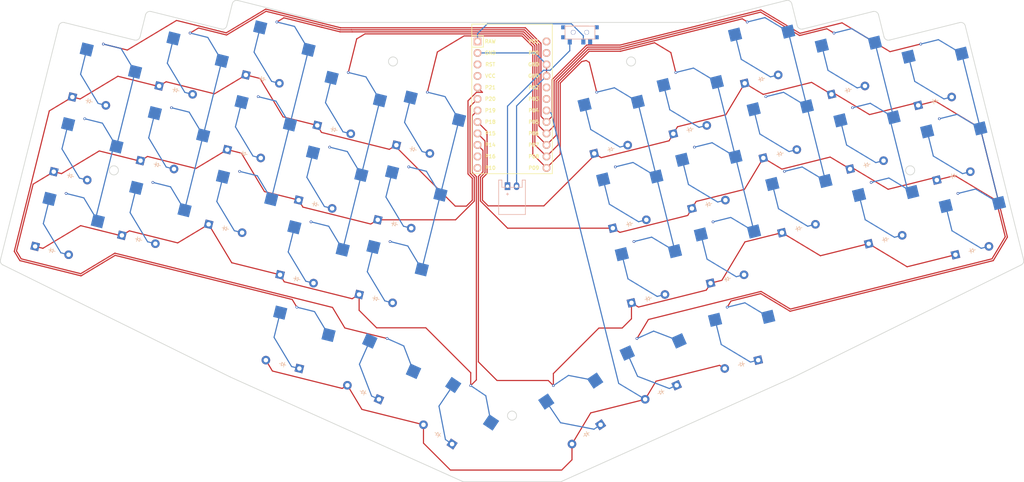
<source format=kicad_pcb>
(kicad_pcb (version 20211014) (generator pcbnew)
  (title_block (title "ibkbd_mini_pcb") (rev "v1.0.0") (company "Unknown"))
  (layers (0 "F.Cu" signal) (31 "B.Cu" signal) (34 "B.Paste" user) (35 "F.Paste" user) (36 "B.SilkS" user "B.Silkscreen") (37 "F.SilkS" user "F.Silkscreen") (38 "B.Mask" user) (39 "F.Mask" user) (44 "Edge.Cuts" user))
  (net 0 "")
  (net 1 "P5")
  (net 2 "P6")
  (net 3 "P7")
  (net 4 "P8")
  (net 5 "P9")
  (net 6 "P21")
  (net 7 "P20")
  (net 8 "P19")
  (net 9 "P18")
  (net 10 "P15")
  (net 11 "P14")
  (net 12 "pinky_bottom")
  (net 13 "pinky_home")
  (net 14 "pinky_top")
  (net 15 "ring_bottom")
  (net 16 "ring_home")
  (net 17 "ring_top")
  (net 18 "middle_bottom")
  (net 19 "middle_home")
  (net 20 "middle_top")
  (net 21 "index_bottom")
  (net 22 "index_home")
  (net 23 "index_top")
  (net 24 "inner_bottom")
  (net 25 "inner_home")
  (net 26 "inner_top")
  (net 27 "mirror_pinky_bottom")
  (net 28 "mirror_pinky_home")
  (net 29 "mirror_pinky_top")
  (net 30 "mirror_ring_bottom")
  (net 31 "mirror_ring_home")
  (net 32 "mirror_ring_top")
  (net 33 "mirror_middle_bottom")
  (net 34 "mirror_middle_home")
  (net 35 "mirror_middle_top")
  (net 36 "mirror_index_bottom")
  (net 37 "mirror_index_home")
  (net 38 "mirror_index_top")
  (net 39 "mirror_inner_bottom")
  (net 40 "mirror_inner_home")
  (net 41 "mirror_inner_top")
  (net 42 "inner_key")
  (net 43 "mid_key")
  (net 44 "outer_key")
  (net 45 "mirror_inner_key")
  (net 46 "mirror_mid_key")
  (net 47 "mirror_outer_key")
  (net 48 "P4")
  (net 49 "RAW")
  (net 50 "GND")
  (net 51 "RST")
  (net 52 "VCC")
  (net 53 "P16")
  (net 54 "P10")
  (net 55 "P1")
  (net 56 "P0")
  (net 57 "P2")
  (net 58 "P3")
  (net 59 "batswitch")
  (footprint "E73:SPDT_C128955" (layer "F.Cu") (at 219.170001 107.575505)
    (fp_text reference "T1" hide)
    (fp_text value "" hide)
  )
  (footprint "ComboDiode" (layer "F.Cu") (at 286.641507 153.348819 14)
    (fp_text reference "D19" hide)
    (fp_text value "" hide)
  )
  (footprint "PG1350" (layer "F.Cu") (at 300.478002 134.439784 14)
    (fp_text reference "S17" hide)
    (fp_text value "" hide)
  )
  (footprint "VIA-0.6mm" (layer "F.Cu") (at 128.956148 124.239942 -14)
    (fp_text reference "REF**" hide)
    (fp_text value "VIA-0.6mm" hide)
  )
  (footprint "ComboDiode" (layer "F.Cu") (at 174.094455 166.412595 -14)
    (fp_text reference "D13" hide)
    (fp_text value "" hide)
  )
  (footprint "PG1350" (layer "F.Cu") (at 224.810583 128.571061 14)
    (fp_text reference "S30" hide)
    (fp_text value "" hide)
  )
  (footprint "VIA-0.6mm" (layer "F.Cu") (at 275.271175 107.744908 14)
    (fp_text reference "REF**" hide)
    (fp_text value "VIA-0.6mm" hide)
  )
  (footprint "PG1350" (layer "F.Cu") (at 154.707401 176.058971 -14)
    (fp_text reference "S31" hide)
    (fp_text value "" hide)
  )
  (footprint "ComboDiode" (layer "F.Cu") (at 243.485512 129.067946 14)
    (fp_text reference "D27" hide)
    (fp_text value "" hide)
  )
  (footprint "ComboDiode" (layer "F.Cu") (at 140.857267 150.911342 -14)
    (fp_text reference "D7" hide)
    (fp_text value "" hide)
  )
  (footprint "ComboDiode" (layer "F.Cu") (at 251.710861 162.058005 14)
    (fp_text reference "D25" hide)
    (fp_text value "" hide)
  )
  (footprint "VIA-0.6mm" (layer "F.Cu") (at 298.542626 126.677406 14)
    (fp_text reference "REF**" hide)
    (fp_text value "VIA-0.6mm" hide)
  )
  (footprint "VIA-0.6mm" (layer "F.Cu") (at 109.79737 126.677419 -14)
    (fp_text reference "REF**" hide)
    (fp_text value "VIA-0.6mm" hide)
  )
  (footprint "ComboDiode" (layer "F.Cu") (at 254.842192 180.910462 -166)
    (fp_text reference "D34" hide)
    (fp_text value "" hide)
  )
  (footprint "VIA-0.6mm" (layer "F.Cu") (at 177.239444 153.798756 -14)
    (fp_text reference "REF**" hide)
    (fp_text value "VIA-0.6mm" hide)
  )
  (footprint "VIA-0.6mm" (layer "F.Cu") (at 226.987879 137.303728 14)
    (fp_text reference "REF**" hide)
    (fp_text value "VIA-0.6mm" hide)
  )
  (footprint "PG1350" (layer "F.Cu") (at 258.047772 113.069794 14)
    (fp_text reference "S24" hide)
    (fp_text value "" hide)
  )
  (footprint "ComboDiode" (layer "F.Cu") (at 263.37007 134.416309 14)
    (fp_text reference "D23" hide)
    (fp_text value "" hide)
  )
  (footprint "PG1350" (layer "F.Cu") (at 242.27591 124.216466 14)
    (fp_text reference "S27" hide)
    (fp_text value "" hide)
  )
  (footprint "VIA-0.6mm" (layer "F.Cu") (at 113.910029 110.182387 -14)
    (fp_text reference "REF**" hide)
    (fp_text value "VIA-0.6mm" hide)
  )
  (footprint "PG1350" (layer "F.Cu") (at 266.273125 146.059863 14)
    (fp_text reference "S22" hide)
    (fp_text value "" hide)
  )
  (footprint "JST_PH_S2B-PH-K_02x2.00mm_Angled" (layer "F.Cu") (at 204.169986 141.571054)
    (fp_text reference "JST1" hide)
    (fp_text value "" hide)
  )
  (footprint "ComboDiode" (layer "F.Cu") (at 247.598184 145.562966 14)
    (fp_text reference "D26" hide)
    (fp_text value "" hide)
  )
  (footprint "ComboDiode" (layer "F.Cu") (at 125.811151 136.853783 -14)
    (fp_text reference "D5" hide)
    (fp_text value "" hide)
  )
  (footprint "VIA-0.6mm" (layer "F.Cu") (at 105.684692 143.17244 -14)
    (fp_text reference "REF**" hide)
    (fp_text value "VIA-0.6mm" hide)
  )
  (footprint "ComboDiode" (layer "F.Cu") (at 182.31979 133.422544 -14)
    (fp_text reference "D15" hide)
    (fp_text value "" hide)
  )
  (footprint "ComboDiode" (layer "F.Cu") (at 278.416165 120.358766 14)
    (fp_text reference "D21" hide)
    (fp_text value "" hide)
  )
  (footprint "VIA-0.6mm" (layer "F.Cu") (at 156.642777 168.29662 -14)
    (fp_text reference "REF**" hide)
    (fp_text value "VIA-0.6mm" hide)
  )
  (footprint "VIA-0.6mm" (layer "F.Cu") (at 244.453201 132.949135 14)
    (fp_text reference "REF**" hide)
    (fp_text value "VIA-0.6mm" hide)
  )
  (footprint "PG1350" (layer "F.Cu") (at 175.304069 161.561121 -14)
    (fp_text reference "S13" hide)
    (fp_text value "" hide)
  )
  (footprint "VIA-0.6mm" (layer "F.Cu") (at 279.383847 124.239944 14)
    (fp_text reference "REF**" hide)
    (fp_text value "VIA-0.6mm" hide)
  )
  (footprint "PG1350" (layer "F.Cu") (at 179.416733 145.066093 -14)
    (fp_text reference "S14" hide)
    (fp_text value "" hide)
  )
  (footprint "ComboDiode" (layer "F.Cu") (at 237.05019 187.089752 -156)
    (fp_text reference "D35" hide)
    (fp_text value "" hide)
  )
  (footprint "PG1350" (layer "F.Cu") (at 217.77344 192.244058 34)
    (fp_text reference "S36" hide)
    (fp_text value "" hide)
  )
  (footprint "PG1350" (layer "F.Cu") (at 190.56655 192.244048 -34)
    (fp_text reference "S33" hide)
    (fp_text value "" hide)
  )
  (footprint "ComboDiode" (layer "F.Cu") (at 178.207131 149.917562 -14)
    (fp_text reference "D14" hide)
    (fp_text value "" hide)
  )
  (footprint "VIA-0.6mm" (layer "F.Cu") (at 260.225071 121.802461 14)
    (fp_text reference "REF**" hide)
    (fp_text value "VIA-0.6mm" hide)
  )
  (footprint "VIA-0.6mm" (layer "F.Cu") (at 181.352109 137.303716 -14)
    (fp_text reference "REF**" hide)
    (fp_text value "VIA-0.6mm" hide)
  )
  (footprint "VIA-0.6mm" (layer "F.Cu") (at 163.886791 132.949139 -14)
    (fp_text reference "REF**" hide)
    (fp_text value "VIA-0.6mm" hide)
  )
  (footprint "ProMicro" (layer "F.Cu") (at 204.17 123.571065 -90)
    (fp_text reference "MCU1" hide)
    (fp_text value "" hide)
  )
  (footprint "PG1350" (layer "F.Cu") (at 262.160449 129.564828 14)
    (fp_text reference "S23" hide)
    (fp_text value "" hide)
  )
  (footprint "ComboDiode" (layer "F.Cu") (at 234.245536 166.412602 14)
    (fp_text reference "D28" hide)
    (fp_text value "" hide)
  )
  (footprint "PG1350" (layer "F.Cu") (at 131.133432 115.507276 -14)
    (fp_text reference "S6" hide)
    (fp_text value "" hide)
  )
  (footprint "ComboDiode" (layer "F.Cu") (at 153.497797 180.910467 166)
    (fp_text reference "D31" hide)
    (fp_text value "" hide)
  )
  (footprint "VIA-0.6mm" (layer "F.Cu") (at 144.002251 138.29749 -14)
    (fp_text reference "REF**" hide)
    (fp_text value "VIA-0.6mm" hide)
  )
  (footprint "VIA-0.6mm" (layer "F.Cu") (at 176.577364 175.213656 -24)
    (fp_text reference "REF**" hide)
    (fp_text value "VIA-0.6mm" hide)
  )
  (footprint "VIA-0.6mm" (layer "F.Cu") (at 185.464791 120.808697 -14)
    (fp_text reference "REF**" hide)
    (fp_text value "VIA-0.6mm" hide)
  )
  (footprint "PG1350" (layer "F.Cu") (at 304.590671 150.934811 14)
    (fp_text reference "S16" hide)
    (fp_text value "" hide)
  )
  (footprint "ComboDiode" (layer "F.Cu") (at 220.569399 196.389244 -146)
    (fp_text reference "D36" hide)
    (fp_text value "" hide)
  )
  (footprint "PG1350" (layer "F.Cu") (at 103.749318 150.934814 -14)
    (fp_text reference "S1" hide)
    (fp_text value "" hide)
  )
  (footprint "PG1350" (layer "F.Cu") (at 246.388581 140.711499 14)
    (fp_text reference "S26" hide)
    (fp_text value "" hide)
  )
  (footprint "ComboDiode" (layer "F.Cu") (at 282.528834 136.853795 14)
    (fp_text reference "D20" hide)
    (fp_text value "" hide)
  )
  (footprint "VIA-0.6mm" (layer "F.Cu") (at 240.340536 116.454099 14)
    (fp_text reference "REF**" hide)
    (fp_text value "VIA-0.6mm" hide)
  )
  (footprint "VIA-0.6mm" (layer "F.Cu") (at 231.762611 175.213649 24)
    (fp_text reference "REF**" hide)
    (fp_text value "VIA-0.6mm" hide)
  )
  (footprint "VIA-0.6mm" (layer "F.Cu") (at 302.655296 143.172444 14)
    (fp_text reference "REF**" hide)
    (fp_text value "VIA-0.6mm" hide)
  )
  (footprint "PG1350" (layer "F.Cu") (at 228.923253 145.06609 14)
    (fp_text reference "S29" hide)
    (fp_text value "" hide)
  )
  (footprint "VIA-0.6mm" (layer "F.Cu") (at 264.33775 138.297503 14)
    (fp_text reference "REF**" hide)
    (fp_text value "VIA-0.6mm" hide)
  )
  (footprint "PG1350" (layer "F.Cu") (at 166.064085 124.216463 -14)
    (fp_text reference "S12" hide)
    (fp_text value "" hide)
  )
  (footprint "PG1350" (layer "F.Cu") (at 161.951423 140.711502 -14)
    (fp_text reference "S11" hide)
    (fp_text value "" hide)
  )
  (footprint "ComboDiode" (layer "F.Cu") (at 187.770597 196.389246 146)
    (fp_text reference "D33" hide)
    (fp_text value "" hide)
  )
  (footprint "PG1350" (layer "F.Cu") (at 183.529405 128.571047 -14)
    (fp_text reference "S15" hide)
    (fp_text value "" hide)
  )
  (footprint "ComboDiode" (layer "F.Cu") (at 110.765057 122.796225 -14)
    (fp_text reference "D3" hide)
    (fp_text value "" hide)
  )
  (footprint "PG1350" (layer "F.Cu") (at 173.323479 182.52203 -24)
    (fp_text reference "S32" hide)
    (fp_text value "" hide)
  )
  (footprint "PG1350" (layer "F.Cu") (at 296.365338 117.944757 14)
    (fp_text reference "S18" hide)
    (fp_text value "" hide)
  )
  (footprint "VIA-0.6mm" (layer "F.Cu") (at 124.843466 140.734966 -14)
    (fp_text reference "REF**" hide)
    (fp_text value "VIA-0.6mm" hide)
  )
  (footprint "VIA-0.6mm" (layer "F.Cu") (at 148.114913 121.802468 -14)
    (fp_text reference "REF**" hide)
    (fp_text value "VIA-0.6mm" hide)
  )
  (footprint "ComboDiode" (layer "F.Cu") (at 156.629131 162.057991 -14)
    (fp_text reference "D10" hide)
    (fp_text value "" hide)
  )
  (footprint "VIA-0.6mm" (layer "F.Cu") (at 222.875211 120.808691 14)
    (fp_text reference "REF**" hide)
    (fp_text value "VIA-0.6mm" hide)
  )
  (footprint "VIA-0.6mm" (layer "F.Cu") (at 294.429954 110.182394 14)
    (fp_text reference "REF**" hide)
    (fp_text value "VIA-0.6mm" hide)
  )
  (footprint "ComboDiode" (layer "F.Cu") (at 230.132864 149.917567 14)
    (fp_text reference "D29" hide)
    (fp_text value "" hide)
  )
  (footprint "ComboDiode" (layer "F.Cu") (at 121.698472 153.348826 -14)
    (fp_text reference "D4" hide)
    (fp_text value "" hide)
  )
  (footprint "PG1350" (layer "F.Cu") (at 157.838742 157.20652 -14)
    (fp_text reference "S10" hide)
    (fp_text value "" hide)
  )
  (footprint "PG1350" (layer "F.Cu") (at 281.319217 132.002295 14)
    (fp_text reference "S20" hide)
    (fp_text value "" hide)
  )
  (footprint "ComboDiode" (layer "F.Cu") (at 129.923824 120.358759 -14)
    (fp_text reference "D6" hide)
    (fp_text value "" hide)
  )
  (footprint "ComboDiode" (layer "F.Cu") (at 301.68761 139.291269 14)
    (fp_text reference "D17" hide)
    (fp_text value "" hide)
  )
  (footprint "PG1350" (layer "F.Cu") (at 107.861988 134.439788 -14)
    (fp_text reference "S2" hide)
    (fp_text value "" hide)
  )
  (footprint "PG1350" (layer "F.Cu") (at 285.431901 148.49733 14)
    (fp_text reference "S19" hide)
    (fp_text value "" hide)
  )
  (footprint "VIA-0.6mm" (layer "F.Cu") (at 231.100558 153.798748 14)
    (fp_text reference "REF**" hide)
    (fp_text value "VIA-0.6mm" hide)
  )
  (footprint "VIA-0.6mm" (layer "F.Cu") (at 248.565882 149.444162 14)
    (fp_text reference "REF**" hide)
    (fp_text value "VIA-0.6mm" hide)
  )
  (footprint "PG1350" (layer "F.Cu") (at 233.035922 161.561108 14)
    (fp_text reference "S28" hide)
    (fp_text value "" hide)
  )
  (footprint "VIA-0.6mm" (layer "F.Cu") (at 256.11239 105.307446 14)
    (fp_text reference "REF**" hide)
    (fp_text value "VIA-0.6mm" hide)
  )
  (footprint "ComboDiode" (layer "F.Cu") (at 102.539707 155.786286 -14)
    (fp_text reference "D1" hide)
    (fp_text value "" hide)
  )
  (footprint "PG1350" (layer "F.Cu") (at 235.016517 182.522025 24)
    (fp_text reference "S35" hide)
    (fp_text value "" hide)
  )
  (footprint "VIA-0.6mm" (layer "F.Cu") (at 251.697216 168.296612 14)
    (fp_text reference "REF**" hide)
    (fp_text value "VIA-0.6mm" hide)
  )
  (footprint "ComboDiode" (layer "F.Cu") (at 164.854479 129.06795 -14)
    (fp_text reference "D12" hide)
    (fp_text value "" hide)
  )
  (footprint "ComboDiode" (layer "F.Cu") (at 226.02019 133.422541 14)
    (fp_text reference "D30" hide)
    (fp_text value "" hide)
  )
  (footprint "PG1350" (layer "F.Cu") (at 250.501252 157.206525 14)
    (fp_text reference "S25" hide)
    (fp_text value "" hide)
  )
  (footprint "PG1350" (layer "F.Cu") (at 253.632596 176.058976 14)
    (fp_text reference "S34" hide)
    (fp_text value "" hide)
  )
  (footprint "ComboDiode" (layer "F.Cu") (at 160.741811 145.562975 -14)
    (fp_text reference "D11" hide)
    (fp_text value "" hide)
  )
  (footprint "ComboDiode" (layer "F.Cu") (at 305.800277 155.786287 14)
    (fp_text reference "D16" hide)
    (fp_text value "" hide)
  )
  (footprint "ComboDiode" (layer "F.Cu") (at 267.482725 150.911343 14)
    (fp_text reference "D22" hide)
    (fp_text value "" hide)
  )
  (footprint "ComboDiode" (layer "F.Cu") (at 259.257394 117.921277 14)
    (fp_text reference "D24" hide)
    (fp_text value "" hide)
  )
  (footprint "VIA-0.6mm" (layer "F.Cu") (at 133.06881 107.744915 -14)
    (fp_text reference "REF**" hide)
    (fp_text value "VIA-0.6mm" hide)
  )
  (footprint "VIA-0.6mm" (layer "F.Cu") (at 195.040099 185.611752 -34)
    (fp_text reference "REF**" hide)
    (fp_text value "VIA-0.6mm" hide)
  )
  (footprint "PG1350" (layer "F.Cu") (at 122.908095 148.497341 -14)
    (fp_text reference "S4" hide)
    (fp_text value "" hide)
  )
  (footprint "VIA-0.6mm" (layer "F.Cu") (at 283.496523 140.734961 14)
    (fp_text reference "REF**" hide)
    (fp_text value "VIA-0.6mm" hide)
  )
  (footprint "VIA-0.6mm" (layer "F.Cu") (at 152.227589 105.307431 -14)
    (fp_text reference "REF**" hide)
    (fp_text value "VIA-0.6mm" hide)
  )
  (footprint "ComboDiode" (layer "F.Cu") (at 106.652374 139.291263 -14)
    (fp_text reference "D2" hide)
    (fp_text value "" hide)
  )
  (footprint "PG1350" (layer "F.Cu") (at 277.206554 115.507288 14)
    (fp_text reference "S21" hide)
    (fp_text value "" hide)
  )
  (footprint "PG1350" (layer "F.Cu") (at 127.020772 132.002313 -14)
    (fp_text reference "S5" hide)
    (fp_text value "" hide)
  )
  (footprint "PG1350" (layer "F.Cu") (at 111.974661 117.944761 -14)
    (fp_text reference "S3" hide)
    (fp_text value "" hide)
  )
  (footprint "VIA-0.6mm" (layer "F.Cu") (at 167.999463 116.454105 -14)
    (fp_text reference "REF**" hide)
    (fp_text value "VIA-0.6mm" hide)
  )
  (footprint "VIA-0.6mm" (layer "F.Cu") (at 159.774105 149.444158 -14)
    (fp_text reference "REF**" hide)
    (fp_text value "VIA-0.6mm" hide)
  )
  (footprint "VIA-0.6mm" (layer "F.Cu") (at 213.299896 185.611758 34)
    (fp_text reference "REF**" hide)
    (fp_text value "VIA-0.6mm" hide)
  )
  (footprint "ComboDiode" (layer "F.Cu") (at 149.082599 117.921278 -14)
    (fp_text reference "D9" hide)
    (fp_text value "" hide)
  )
  (footprint "PG1350" (layer "F.Cu") (at 142.066882 146.059855 -14)
    (fp_text reference "S7" hide)
    (fp_text value "" hide)
  )
  (footprint "ComboDiode" (layer "F.Cu") (at 171.289789 187.089749 156)
    (fp_text reference "D32" hide)
    (fp_text value "" hide)
  )
  (footprint "PG1350" (layer "F.Cu") (at 150.292209 113.06981 -14)
    (fp_text reference "S9" hide)
    (fp_text value "" hide)
  )
  (footprint "PG1350" (layer "F.Cu") (at 146.179539 129.564831 -14)
    (fp_text reference "S8" hide)
    (fp_text value "" hide)
  )
  (footprint "ComboDiode" (layer "F.Cu") (at 144.969932 134.416309 -14)
    (fp_text reference "D8" hide)
    (fp_text value "" hide)
  )
  (footprint "ComboDiode" (layer "F.Cu") (at 297.574943 122.796243 14)
    (fp_text reference "D18" hide)
    (fp_text value "" hide)
  )
  (gr_line (start 303.061161 105.428081) (end 287.536435 109.298833) (layer "Edge.Cuts") (width 0.15))
  (gr_arc (start 317.154211 157.818646) (mid 317.091123 158.481247) (end 316.626126 158.957479) (layer "Edge.Cuts") (width 0.15))
  (gr_line (start 141.965057 183.732421) (end 193.211107 206.767278) (layer "Edge.Cuts") (width 0.15))
  (gr_line (start 123.225379 103.718985) (end 122.015773 108.570464) (layer "Edge.Cuts") (width 0.15))
  (gr_arc (start 283.902389 102.99061) (mid 284.659351 103.103737) (end 285.114609 103.718985) (layer "Edge.Cuts") (width 0.15))
  (gr_arc (start 123.225379 103.718985) (mid 123.680639 103.103742) (end 124.437599 102.990613) (layer "Edge.Cuts") (width 0.15))
  (gr_arc (start 266.407148 183.717249) (mid 266.391109 183.724981) (end 266.37493 183.732415) (layer "Edge.Cuts") (width 0.15))
  (gr_arc (start 91.713859 158.957465) (mid 91.248868 158.481236) (end 91.185778 157.818642) (layer "Edge.Cuts") (width 0.15))
  (gr_line (start 162.931672 105.373955) (end 143.596378 100.553137) (layer "Edge.Cuts") (width 0.15))
  (gr_circle (center 204.17 192.244053) (end 205.169995 192.344055) (layer "Edge.Cuts") (width 0.15) (fill none))
  (gr_line (start 286.324216 108.570467) (end 285.114609 103.718985) (layer "Edge.Cuts") (width 0.15))
  (gr_circle (center 230.458745 114.022496) (end 231.458745 114.122497) (layer "Edge.Cuts") (width 0.15) (fill none))
  (gr_arc (start 122.015773 108.570464) (mid 121.560508 109.185708) (end 120.803543 109.298833) (layer "Edge.Cuts") (width 0.15))
  (gr_arc (start 141.174546 106.132981) (mid 140.719289 106.748225) (end 139.96233 106.861351) (layer "Edge.Cuts") (width 0.15))
  (gr_arc (start 142.384167 101.281517) (mid 142.839421 100.666272) (end 143.596378 100.553137) (layer "Edge.Cuts") (width 0.15))
  (gr_arc (start 264.743615 100.553135) (mid 265.50058 100.666261) (end 265.955833 101.281516) (layer "Edge.Cuts") (width 0.15))
  (gr_line (start 139.96233 106.861351) (end 124.437599 102.990613) (layer "Edge.Cuts") (width 0.15))
  (gr_line (start 91.185778 157.818642) (end 104.066601 106.156451) (layer "Edge.Cuts") (width 0.15))
  (gr_circle (center 177.881255 114.022496) (end 178.881256 114.122496) (layer "Edge.Cuts") (width 0.15) (fill none))
  (gr_arc (start 193.621087 206.855177) (mid 193.411439 206.832953) (end 193.211107 206.767278) (layer "Edge.Cuts") (width 0.15))
  (gr_line (start 304.273371 106.156459) (end 317.154211 157.818646) (layer "Edge.Cuts") (width 0.15))
  (gr_line (start 283.902389 102.99061) (end 268.377658 106.861357) (layer "Edge.Cuts") (width 0.15))
  (gr_line (start 142.384159 101.281515) (end 141.174544 106.132988) (layer "Edge.Cuts") (width 0.15))
  (gr_line (start 120.803543 109.298833) (end 105.278819 105.428087) (layer "Edge.Cuts") (width 0.15))
  (gr_arc (start 268.377653 106.861362) (mid 267.620698 106.748231) (end 267.165441 106.132989) (layer "Edge.Cuts") (width 0.15))
  (gr_arc (start 215.128889 206.767267) (mid 214.928553 206.832952) (end 214.7189 206.855191) (layer "Edge.Cuts") (width 0.15))
  (gr_line (start 245.1664 105.403668) (end 163.173589 105.403671) (layer "Edge.Cuts") (width 0.15))
  (gr_circle (center 292.108219 138.072519) (end 293.108229 138.172522) (layer "Edge.Cuts") (width 0.15) (fill none))
  (gr_line (start 193.621087 206.855177) (end 214.7189 206.855191) (layer "Edge.Cuts") (width 0.15))
  (gr_line (start 266.407148 183.717249) (end 316.626126 158.957479) (layer "Edge.Cuts") (width 0.15))
  (gr_line (start 267.165441 106.132989) (end 265.955833 101.281516) (layer "Edge.Cuts") (width 0.15))
  (gr_arc (start 245.40832 105.373958) (mid 245.288268 105.396208) (end 245.1664 105.403668) (layer "Edge.Cuts") (width 0.15))
  (gr_line (start 215.128889 206.767267) (end 266.37493 183.732415) (layer "Edge.Cuts") (width 0.15))
  (gr_line (start 264.743615 100.553135) (end 245.40832 105.373958) (layer "Edge.Cuts") (width 0.15))
  (gr_arc (start 141.965057 183.732421) (mid 141.948877 183.724975) (end 141.932837 183.717233) (layer "Edge.Cuts") (width 0.15))
  (gr_arc (start 163.173589 105.403671) (mid 163.051721 105.396217) (end 162.931672 105.373955) (layer "Edge.Cuts") (width 0.15))
  (gr_arc (start 303.061161 105.428077) (mid 303.818128 105.541195) (end 304.273371 106.156459) (layer "Edge.Cuts") (width 0.15))
  (gr_line (start 91.713859 158.957465) (end 141.932837 183.717233) (layer "Edge.Cuts") (width 0.15))
  (gr_arc (start 287.536437 109.298835) (mid 286.779477 109.185709) (end 286.324216 108.570467) (layer "Edge.Cuts") (width 0.15))
  (gr_arc (start 104.066601 106.156451) (mid 104.52186 105.54121) (end 105.278819 105.428087) (layer "Edge.Cuts") (width 0.15))
  (gr_circle (center 116.231763 138.072518) (end 117.231766 138.172526) (layer "Edge.Cuts") (width 0.15) (fill none))
  (segment (start 228.024557 110.401389) (end 259.139367 102.643594) (width 0.25) (layer "F.Cu") (net 1))
  (segment (start 287.647864 111.858565) (end 294.412561 110.171943) (width 0.25) (layer "F.Cu") (net 1))
  (segment (start 213.02364 118.037403) (end 220.659655 110.401384) (width 0.25) (layer "F.Cu") (net 1))
  (segment (start 213.023644 126.147419) (end 213.02364 118.037403) (width 0.25) (layer "F.Cu") (net 1))
  (segment (start 141.051509 107.699073) (end 149.770234 102.460334) (width 0.25) (layer "F.Cu") (net 1))
  (segment (start 294.412561 110.171943) (end 294.429954 110.182394) (width 0.25) (layer "F.Cu") (net 1))
  (segment (start 162.421599 105.614673) (end 166.288434 106.578785) (width 0.25) (layer "F.Cu") (net 1))
  (segment (start 211.790002 127.381065) (end 210.553644 126.144702) (width 0.25) (layer "F.Cu") (net 1))
  (segment (start 113.910029 110.182387) (end 119.196358 111.500417) (width 0.25) (layer "F.Cu") (net 1))
  (segment (start 277.053665 105.492934) (end 287.647864 111.858565) (width 0.25) (layer "F.Cu") (net 1))
  (segment (start 267.744371 107.813997) (end 277.053665 105.492934) (width 0.25) (layer "F.Cu") (net 1))
  (segment (start 210.553644 126.144702) (end 210.553643 110.015505) (width 0.25) (layer "F.Cu") (net 1))
  (segment (start 166.289263 106.577955) (end 166.288434 106.578785) (width 0.25) (layer "F.Cu") (net 1))
  (segment (start 207.116089 106.577952) (end 166.289263 106.577955) (width 0.25) (layer "F.Cu") (net 1))
  (segment (start 119.196358 111.500417) (end 130.076813 104.962772) (width 0.25) (layer "F.Cu") (net 1))
  (segment (start 220.659655 110.401384) (end 228.024557 110.401389) (width 0.25) (layer "F.Cu") (net 1))
  (segment (start 259.139367 102.643594) (end 267.744371 107.813997) (width 0.25) (layer "F.Cu") (net 1))
  (segment (start 211.789999 127.381065) (end 213.023644 126.147419) (width 0.25) (layer "F.Cu") (net 1))
  (segment (start 130.076813 104.962772) (end 141.051509 107.699073) (width 0.25) (layer "F.Cu") (net 1))
  (segment (start 149.770234 102.460334) (end 162.421599 105.614673) (width 0.25) (layer "F.Cu") (net 1))
  (segment (start 210.553643 110.015505) (end 207.116089 106.577952) (width 0.25) (layer "F.Cu") (net 1))
  (segment (start 116.798394 132.803072) (end 113.702799 127.651151) (width 0.25) (layer "B.Cu") (net 1))
  (segment (start 116.051161 133.252049) (end 116.798391 132.80308) (width 0.25) (layer "B.Cu") (net 1))
  (segment (start 117.815473 111.15612) (end 113.910029 110.182387) (width 0.25) (layer "B.Cu") (net 1))
  (segment (start 109.590142 144.146183) (end 105.684692 143.17244) (width 0.25) (layer "B.Cu") (net 1))
  (segment (start 307.599989 128.799263) (end 303.48731 112.304246) (width 0.25) (layer "B.Cu") (net 1))
  (segment (start 307.599989 128.799266) (end 302.448063 125.703675) (width 0.25) (layer "B.Cu") (net 1))
  (segment (start 306.560735 142.198702) (end 302.655296 143.172444) (width 0.25) (layer "B.Cu") (net 1))
  (segment (start 302.448063 125.703675) (end 298.542626 126.677406) (width 0.25) (layer "B.Cu") (net 1))
  (segment (start 311.712672 145.294302) (end 306.560735 142.198702) (width 0.25) (layer "B.Cu") (net 1))
  (segment (start 112.68572 149.298112) (end 109.590142 144.146183) (width 0.25) (layer "B.Cu") (net 1))
  (segment (start 298.335392 109.208646) (end 294.429954 110.182394) (width 0.25) (layer "B.Cu") (net 1))
  (segment (start 120.911074 116.30805) (end 117.815473 111.15612) (width 0.25) (layer "B.Cu") (net 1))
  (segment (start 113.702799 127.651151) (end 109.79737 126.677419) (width 0.25) (layer "B.Cu") (net 1))
  (segment (start 311.712663 145.294295) (end 307.599989 128.799263) (width 0.25) (layer "B.Cu") (net 1))
  (segment (start 112.68572 149.298112) (end 112.236745 148.550884) (width 0.25) (layer "B.Cu") (net 1))
  (segment (start 303.487316 112.304249) (end 298.335392 109.208646) (width 0.25) (layer "B.Cu") (net 1))
  (segment (start 112.236745 148.550884) (end 116.051161 133.252049) (width 0.25) (layer "B.Cu") (net 1))
  (segment (start 116.798391 132.80308) (end 120.91106 116.308052) (width 0.25) (layer "B.Cu") (net 1))
  (segment (start 210.104123 110.2017) (end 206.929896 107.027473) (width 0.25) (layer "F.Cu") (net 2))
  (segment (start 210.104125 128.235184) (end 210.104123 110.2017) (width 0.25) (layer "F.Cu") (net 2))
  (segment (start 134.918838 106.63331) (end 133.06881 107.744915) (width 0.25) (layer "F.Cu") (net 2))
  (segment (start 206.929896 107.027473) (end 168.696713 107.027475) (width 0.25) (layer "F.Cu") (net 2))
  (segment (start 168.696713 107.027475) (end 168.694755 107.029435) (width 0.25) (layer "F.Cu") (net 2))
  (segment (start 162.226879 106.029406) (end 166.237783 107.029435) (width 0.25) (layer "F.Cu") (net 2))
  (segment (start 213.473161 118.223602) (end 213.473163 128.237903) (width 0.25) (layer "F.Cu") (net 2))
  (segment (start 228.05921 110.856031) (end 220.84073 110.856032) (width 0.25) (layer "F.Cu") (net 2))
  (segment (start 141.123418 108.180286) (end 134.918838 106.63331) (width 0.25) (layer "F.Cu") (net 2))
  (segment (start 275.271175 107.744908) (end 273.690034 106.794863) (width 0.25) (layer "F.Cu") (net 2))
  (segment (start 149.842145 102.941544) (end 141.123418 108.180286) (width 0.25) (layer "F.Cu") (net 2))
  (segment (start 259.067451 103.124806) (end 228.05921 110.856031) (width 0.25) (layer "F.Cu") (net 2))
  (segment (start 273.690034 106.794863) (end 267.672455 108.295216) (width 0.25) (layer "F.Cu") (net 2))
  (segment (start 168.694755 107.029435) (end 166.237783 107.029435) (width 0.25) (layer "F.Cu") (net 2))
  (segment (start 267.672455 108.295216) (end 259.067451 103.124806) (width 0.25) (layer "F.Cu") (net 2))
  (segment (start 211.790004 129.921062) (end 210.104125 128.235184) (width 0.25) (layer "F.Cu") (net 2))
  (segment (start 162.226879 106.029406) (end 149.842145 102.941544) (width 0.25) (layer "F.Cu") (net 2))
  (segment (start 213.473163 128.237903) (end 211.790004 129.921062) (width 0.25) (layer "F.Cu") (net 2))
  (segment (start 220.84073 110.856032) (end 213.473161 118.223602) (width 0.25) (layer "F.Cu") (net 2))
  (segment (start 279.176621 106.771174) (end 275.271175 107.744908) (width 0.25) (layer "B.Cu") (net 2))
  (segment (start 132.861576 125.213678) (end 128.956148 124.239942) (width 0.25) (layer "B.Cu") (net 2))
  (segment (start 140.069838 113.870566) (end 136.974255 108.718656) (width 0.25) (layer "B.Cu") (net 2))
  (segment (start 136.974255 108.718656) (end 133.06881 107.744915) (width 0.25) (layer "B.Cu") (net 2))
  (segment (start 288.441223 126.361797) (end 283.289285 123.266205) (width 0.25) (layer "B.Cu") (net 2))
  (segment (start 291.487615 142.216146) (end 287.800536 127.42808) (width 0.25) (layer "B.Cu") (net 2))
  (segment (start 287.800536 127.42808) (end 288.441223 126.361797) (width 0.25) (layer "B.Cu") (net 2))
  (segment (start 135.957174 130.365607) (end 135.957168 130.365605) (width 0.25) (layer "B.Cu") (net 2))
  (segment (start 283.289285 123.266205) (end 279.383847 124.239944) (width 0.25) (layer "B.Cu") (net 2))
  (segment (start 283.496523 140.734961) (end 287.40195 139.761237) (width 0.25) (layer "B.Cu") (net 2))
  (segment (start 135.957174 130.365607) (end 132.861576 125.213678) (width 0.25) (layer "B.Cu") (net 2))
  (segment (start 128.748909 141.708707) (end 124.843466 140.734966) (width 0.25) (layer "B.Cu") (net 2))
  (segment (start 287.40195 139.761237) (end 291.487615 142.216146) (width 0.25) (layer "B.Cu") (net 2))
  (segment (start 284.328548 109.866763) (end 279.176621 106.771174) (width 0.25) (layer "B.Cu") (net 2))
  (segment (start 140.069838 113.870566) (end 135.957174 130.365607) (width 0.25) (layer "B.Cu") (net 2))
  (segment (start 135.957168 130.365605) (end 131.844496 146.860628) (width 0.25) (layer "B.Cu") (net 2))
  (segment (start 288.441223 126.361797) (end 284.328547 109.866763) (width 0.25) (layer "B.Cu") (net 2))
  (segment (start 131.844489 146.860623) (end 128.748909 141.708707) (width 0.25) (layer "B.Cu") (net 2))
  (segment (start 213.922687 118.409802) (end 221.025797 111.306684) (width 0.25) (layer "F.Cu") (net 3))
  (segment (start 228.109853 111.306684) (end 255.012441 104.599114) (width 0.25) (layer "F.Cu") (net 3))
  (segment (start 209.6546 130.325663) (end 209.654605 110.387899) (width 0.25) (layer "F.Cu") (net 3))
  (segment (start 213.922684 130.328384) (end 213.922687 118.409802) (width 0.25) (layer "F.Cu") (net 3))
  (segment (start 166.188262 107.478955) (end 166.18713 107.480088) (width 0.25) (layer "F.Cu") (net 3))
  (segment (start 168.882912 107.476995) (end 168.880953 107.478955) (width 0.25) (layer "F.Cu") (net 3))
  (segment (start 206.743695 107.476992) (end 168.882912 107.476995) (width 0.25) (layer "F.Cu") (net 3))
  (segment (start 256.098489 105.251676) (end 256.11239 105.307446) (width 0.25) (layer "F.Cu") (net 3))
  (segment (start 152.227589 105.307431) (end 153.765892 104.383125) (width 0.25) (layer "F.Cu") (net 3))
  (segment (start 221.025797 111.306684) (end 228.109853 111.306684) (width 0.25) (layer "F.Cu") (net 3))
  (segment (start 255.012441 104.599114) (end 256.098489 105.251676) (width 0.25) (layer "F.Cu") (net 3))
  (segment (start 168.880953 107.478955) (end 166.188262 107.478955) (width 0.25) (layer "F.Cu") (net 3))
  (segment (start 211.790002 132.461061) (end 209.6546 130.325663) (width 0.25) (layer "F.Cu") (net 3))
  (segment (start 162.144205 106.472075) (end 166.18713 107.480088) (width 0.25) (layer "F.Cu") (net 3))
  (segment (start 209.654605 110.387899) (end 206.743695 107.476992) (width 0.25) (layer "F.Cu") (net 3))
  (segment (start 153.765892 104.383125) (end 162.144205 106.472075) (width 0.25) (layer "F.Cu") (net 3))
  (segment (start 211.790001 132.46106) (end 213.922684 130.328384) (width 0.25) (layer "F.Cu") (net 3))
  (segment (start 269.282433 123.924312) (end 273.395109 140.419338) (width 0.25) (layer "B.Cu") (net 3))
  (segment (start 265.169756 107.42928) (end 269.282428 123.924314) (width 0.25) (layer "B.Cu") (net 3))
  (segment (start 155.115953 127.928122) (end 155.115944 127.928123) (width 0.25) (layer "B.Cu") (net 3))
  (segment (start 268.243187 137.32376) (end 264.33775 138.297503) (width 0.25) (layer "B.Cu") (net 3))
  (segment (start 260.017844 104.333711) (end 256.11239 105.307446) (width 0.25) (layer "B.Cu") (net 3))
  (segment (start 155.115949 127.928118) (end 155.115944 127.928123) (width 0.25) (layer "B.Cu") (net 3))
  (segment (start 269.282428 123.924314) (end 269.282433 123.924312) (width 0.25) (layer "B.Cu") (net 3))
  (segment (start 152.020353 122.776202) (end 148.114913 121.802468) (width 0.25) (layer "B.Cu") (net 3))
  (segment (start 273.395109 140.419338) (end 273.395103 140.419353) (width 0.25) (layer "B.Cu") (net 3))
  (segment (start 265.169764 107.429281) (end 260.017844 104.333711) (width 0.25) (layer "B.Cu") (net 3))
  (segment (start 155.115949 127.928118) (end 152.020353 122.776202) (width 0.25) (layer "B.Cu") (net 3))
  (segment (start 273.395114 140.419347) (end 268.243187 137.32376) (width 0.25) (layer "B.Cu") (net 3))
  (segment (start 151.003282 144.423154) (end 147.907684 139.271224) (width 0.25) (layer "B.Cu") (net 3))
  (segment (start 147.907684 139.271224) (end 144.002251 138.29749) (width 0.25) (layer "B.Cu") (net 3))
  (segment (start 159.228624 111.4331) (end 156.133021 106.28117) (width 0.25) (layer "B.Cu") (net 3))
  (segment (start 159.22861 111.433099) (end 155.115949 127.928118) (width 0.25) (layer "B.Cu") (net 3))
  (segment (start 156.133021 106.28117) (end 152.227589 105.307431) (width 0.25) (layer "B.Cu") (net 3))
  (segment (start 269.282433 123.924312) (end 264.13051 120.828728) (width 0.25) (layer "B.Cu") (net 3))
  (segment (start 264.13051 120.828728) (end 260.225071 121.802461) (width 0.25) (layer "B.Cu") (net 3))
  (segment (start 151.003278 144.423151) (end 155.115953 127.928122) (width 0.25) (layer "B.Cu") (net 3))
  (segment (start 235.646894 109.890773) (end 239.242825 112.051422) (width 0.25) (layer "F.Cu") (net 4))
  (segment (start 221.19889 111.769313) (end 228.11248 111.769312) (width 0.25) (layer "F.Cu") (net 4))
  (segment (start 239.242825 112.051422) (end 240.340536 116.454099) (width 0.25) (layer "F.Cu") (net 4))
  (segment (start 209.205079 132.416145) (end 209.205081 110.574099) (width 0.25) (layer "F.Cu") (net 4))
  (segment (start 211.790006 135.001063) (end 209.205079 132.416145) (width 0.25) (layer "F.Cu") (net 4))
  (segment (start 171.700705 107.926512) (end 169.864421 109.029865) (width 0.25) (layer "F.Cu") (net 4))
  (segment (start 168.015796 116.444293) (end 167.999463 116.454105) (width 0.25) (layer "F.Cu") (net 4))
  (segment (start 206.557492 107.926513) (end 171.700705 107.926512) (width 0.25) (layer "F.Cu") (net 4))
  (segment (start 228.11248 111.769312) (end 235.646894 109.890773) (width 0.25) (layer "F.Cu") (net 4))
  (segment (start 209.205081 110.574099) (end 206.557492 107.926513) (width 0.25) (layer "F.Cu") (net 4))
  (segment (start 214.372202 132.418866) (end 214.372205 118.595995) (width 0.25) (layer "F.Cu") (net 4))
  (segment (start 169.864421 109.029865) (end 168.015796 116.444293) (width 0.25) (layer "F.Cu") (net 4))
  (segment (start 214.372205 118.595995) (end 221.19889 111.769313) (width 0.25) (layer "F.Cu") (net 4))
  (segment (start 211.790005 135.001069) (end 214.372202 132.418866) (width 0.25) (layer "F.Cu") (net 4))
  (segment (start 252.471312 148.47042) (end 248.565882 149.444162) (width 0.25) (layer "B.Cu") (net 4))
  (segment (start 170.887819 139.074799) (end 170.887825 139.0748) (width 0.25) (layer "B.Cu") (net 4))
  (segment (start 175.000493 122.579768) (end 171.904896 117.427841) (width 0.25) (layer "B.Cu") (net 4))
  (segment (start 249.397893 118.575953) (end 244.24596 115.480353) (width 0.25) (layer "B.Cu") (net 4))
  (segment (start 171.904896 117.427841) (end 167.999463 116.454105) (width 0.25) (layer "B.Cu") (net 4))
  (segment (start 248.358637 131.975391) (end 244.453201 132.949135) (width 0.25) (layer "B.Cu") (net 4))
  (segment (start 170.887817 139.074801) (end 167.792226 133.922865) (width 0.25) (layer "B.Cu") (net 4))
  (segment (start 170.887818 139.074782) (end 170.887825 139.0748) (width 0.25) (layer "B.Cu") (net 4))
  (segment (start 244.24596 115.480353) (end 240.340536 116.454099) (width 0.25) (layer "B.Cu") (net 4))
  (segment (start 253.510569 135.07098) (end 249.397893 118.575953) (width 0.25) (layer "B.Cu") (net 4))
  (segment (start 253.510566 135.070976) (end 248.358637 131.975391) (width 0.25) (layer "B.Cu") (net 4))
  (segment (start 257.62324 151.566008) (end 253.510569 135.07098) (width 0.25) (layer "B.Cu") (net 4))
  (segment (start 163.679564 150.417883) (end 159.774105 149.444158) (width 0.25) (layer "B.Cu") (net 4))
  (segment (start 166.77513 155.569814) (end 170.887819 139.074799) (width 0.25) (layer "B.Cu") (net 4))
  (segment (start 167.792226 133.922865) (end 163.886791 132.949139) (width 0.25) (layer "B.Cu") (net 4))
  (segment (start 175.000493 122.579768) (end 170.887818 139.074782) (width 0.25) (layer "B.Cu") (net 4))
  (segment (start 166.775142 155.569818) (end 163.679564 150.417883) (width 0.25) (layer "B.Cu") (net 4))
  (segment (start 257.62323 151.566003) (end 252.471312 148.47042) (width 0.25) (layer "B.Cu") (net 4))
  (segment (start 193.579045 108.376032) (end 187.685217 111.917403) (width 0.25) (layer "F.Cu") (net 5))
  (segment (start 208.755561 110.760294) (end 206.3713 108.376033) (width 0.25) (layer "F.Cu") (net 5))
  (segment (start 214.821724 134.509341) (end 214.821724 118.782197) (width 0.25) (layer "F.Cu") (net 5))
  (segment (start 214.821724 118.782197) (end 214.821726 118.78219) (width 0.25) (layer "F.Cu") (net 5))
  (segment (start 220.545342 113.805131) (end 221.231879 114.217645) (width 0.25) (layer "F.Cu") (net 5))
  (segment (start 208.755563 134.506628) (end 208.755561 110.760294) (width 0.25) (layer "F.Cu") (net 5))
  (segment (start 219.550824 114.053091) (end 220.545342 113.805131) (width 0.25) (layer "F.Cu") (net 5))
  (segment (start 187.685217 111.917403) (end 185.468998 120.80617) (width 0.25) (layer "F.Cu") (net 5))
  (segment (start 185.468998 120.80617) (end 185.464791 120.808697) (width 0.25) (layer "F.Cu") (net 5))
  (segment (start 206.3713 108.376033) (end 193.579045 108.376032) (width 0.25) (layer "F.Cu") (net 5))
  (segment (start 211.790005 137.541066) (end 208.755563 134.506628) (width 0.25) (layer "F.Cu") (net 5))
  (segment (start 214.821726 118.78219) (end 219.550824 114.053091) (width 0.25) (layer "F.Cu") (net 5))
  (segment (start 211.790002 137.541067) (end 214.821724 134.509341) (width 0.25) (layer "F.Cu") (net 5))
  (segment (start 221.231879 114.217645) (end 222.875211 120.808691) (width 0.25) (layer "F.Cu") (net 5))
  (segment (start 184.240465 159.924407) (end 181.144889 154.772491) (width 0.25) (layer "B.Cu") (net 5))
  (segment (start 188.353136 143.429384) (end 184.24047 159.924414) (width 0.25) (layer "B.Cu") (net 5))
  (segment (start 236.045248 139.425579) (end 240.157911 155.920604) (width 0.25) (layer "B.Cu") (net 5))
  (segment (start 226.78065 119.834956) (end 222.875211 120.808691) (width 0.25) (layer "B.Cu") (net 5))
  (segment (start 231.932571 122.930543) (end 236.045248 139.425579) (width 0.25) (layer "B.Cu") (net 5))
  (segment (start 235.005985 152.825019) (end 231.100558 153.798748) (width 0.25) (layer "B.Cu") (net 5))
  (segment (start 240.157911 155.920604) (end 235.005985 152.825019) (width 0.25) (layer "B.Cu") (net 5))
  (segment (start 230.893319 136.329985) (end 226.987879 137.303728) (width 0.25) (layer "B.Cu") (net 5))
  (segment (start 236.045233 139.425581) (end 230.893319 136.329985) (width 0.25) (layer "B.Cu") (net 5))
  (segment (start 189.370227 121.782431) (end 185.464791 120.808697) (width 0.25) (layer "B.Cu") (net 5))
  (segment (start 188.353148 143.429377) (end 185.257552 138.277454) (width 0.25) (layer "B.Cu") (net 5))
  (segment (start 192.465818 126.934352) (end 188.353136 143.429384) (width 0.25) (layer "B.Cu") (net 5))
  (segment (start 185.257552 138.277454) (end 181.352109 137.303716) (width 0.25) (layer "B.Cu") (net 5))
  (segment (start 192.465818 126.934352) (end 189.370227 121.782431) (width 0.25) (layer "B.Cu") (net 5))
  (segment (start 231.932572 122.930554) (end 226.78065 119.834956) (width 0.25) (layer "B.Cu") (net 5))
  (segment (start 181.144889 154.772491) (end 177.239444 153.798756) (width 0.25) (layer "B.Cu") (net 5))
  (segment (start 162.087794 129.694241) (end 177.07495 133.430961) (width 0.25) (layer "F.Cu") (net 6))
  (segment (start 191.633642 145.975506) (end 178.622966 132.964829) (width 0.25) (layer "F.Cu") (net 6))
  (segment (start 195.394602 144.668828) (end 194.087926 145.975505) (width 0.25) (layer "F.Cu") (net 6))
  (segment (start 161.157648 128.146226) (end 162.087794 129.694241) (width 0.25) (layer "F.Cu") (net 6))
  (segment (start 127.775013 118.506889) (end 138.448278 121.168034) (width 0.25) (layer "F.Cu") (net 6))
  (segment (start 155.620658 166.595527) (end 116.519907 156.846612) (width 0.25) (layer "F.Cu") (net 6))
  (segment (start 108.780159 122.301336) (end 117.114716 117.293422) (width 0.25) (layer "F.Cu") (net 6))
  (segment (start 138.448278 121.168034) (end 145.385779 116.99956) (width 0.25) (layer "F.Cu") (net 6))
  (segment (start 194.444603 138.877898) (end 195.394604 139.8279) (width 0.25) (layer "F.Cu") (net 6))
  (segment (start 145.385779 116.99956) (end 148.50137 117.776369) (width 0.25) (layer "F.Cu") (net 6))
  (segment (start 107.068225 121.874506) (end 108.780159 122.301336) (width 0.25) (layer "F.Cu") (net 6))
  (segment (start 126.227004 119.437031) (end 127.775013 118.506889) (width 0.25) (layer "F.Cu") (net 6))
  (segment (start 195.394604 139.8279) (end 195.394602 144.668828) (width 0.25) (layer "F.Cu") (net 6))
  (segment (start 178.622966 132.964829) (end 178.622965 132.500826) (width 0.25) (layer "F.Cu") (net 6))
  (segment (start 95.466808 158.004461) (end 94.236203 155.956397) (width 0.25) (layer "F.Cu") (net 6))
  (segment (start 153.599992 126.261888) (end 161.157648 128.146226) (width 0.25) (layer "F.Cu") (net 6))
  (segment (start 126.076051 119.52773) (end 126.227004 119.437031) (width 0.25) (layer "F.Cu") (net 6))
  (segment (start 156.642777 168.29662) (end 155.620658 166.595527) (width 0.25) (layer "F.Cu") (net 6))
  (segment (start 196.550004 119.761065) (end 197.633642 120.844705) (width 0.25) (layer "F.Cu") (net 6))
  (segment (start 116.519907 156.846612) (end 108.983957 161.374667) (width 0.25) (layer "F.Cu") (net 6))
  (segment (start 194.444599 122.708264) (end 194.444603 138.877898) (width 0.25) (layer "F.Cu") (net 6))
  (segment (start 148.50137 117.776369) (end 153.599992 126.261888) (width 0.25) (layer "F.Cu") (net 6))
  (segment (start 94.236203 155.956397) (end 101.970004 124.93783) (width 0.25) (layer "F.Cu") (net 6))
  (segment (start 177.07495 133.430961) (end 178.622966 132.500822) (width 0.25) (layer "F.Cu") (net 6))
  (segment (start 108.983957 161.374667) (end 95.466808 158.004461) (width 0.25) (layer "F.Cu") (net 6))
  (segment (start 117.114716 117.293422) (end 126.076051 119.52773) (width 0.25) (layer "F.Cu") (net 6))
  (segment (start 196.308155 120.844704) (end 194.444599 122.708264) (width 0.25) (layer "F.Cu") (net 6))
  (segment (start 101.970004 124.93783) (end 107.068225 121.874506) (width 0.25) (layer "F.Cu") (net 6))
  (segment (start 197.633642 120.844705) (end 196.308155 120.844704) (width 0.25) (layer "F.Cu") (net 6))
  (segment (start 194.087926 145.975505) (end 191.633642 145.975506) (width 0.25) (layer "F.Cu") (net 6))
  (segment (start 163.643814 174.42227) (end 160.548217 169.270347) (width 0.25) (layer "B.Cu") (net 6))
  (segment (start 160.548217 169.270347) (end 156.642777 168.29662) (width 0.25) (layer "B.Cu") (net 6))
  (segment (start 176.577364 175.213656) (end 167.241274 172.885917) (width 0.25) (layer "F.Cu") (net 7))
  (segment (start 191.703309 148.995841) (end 174.510302 148.995844) (width 0.25) (layer "F.Cu") (net 7))
  (segment (start 172.962279 149.925988) (end 174.510302 148.995846) (width 0.25) (layer "F.Cu") (net 7))
  (segment (start 144.388716 134.271395) (end 149.487332 142.756917) (width 0.25) (layer "F.Cu") (net 7))
  (segment (start 122.114325 135.932059) (end 123.662346 135.001911) (width 0.25) (layer "F.Cu") (net 7))
  (segment (start 116.447985 156.365403) (end 108.912034 160.893452) (width 0.25) (layer "F.Cu") (net 7))
  (segment (start 157.975124 146.189266) (end 172.962279 149.925988) (width 0.25) (layer "F.Cu") (net 7))
  (segment (start 102.953573 138.377457) (end 102.955551 138.369534) (width 0.25) (layer "F.Cu") (net 7))
  (segment (start 141.273108 133.494588) (end 144.388716 134.271395) (width 0.25) (layer "F.Cu") (net 7))
  (segment (start 94.717418 155.884478) (end 98.400268 141.11336) (width 0.25) (layer "F.Cu") (net 7))
  (segment (start 123.662346 135.001911) (end 134.335602 137.663066) (width 0.25) (layer "F.Cu") (net 7))
  (segment (start 195.844123 144.855025) (end 191.703309 148.995841) (width 0.25) (layer "F.Cu") (net 7))
  (segment (start 196.550007 122.30106) (end 194.894122 123.956943) (width 0.25) (layer "F.Cu") (net 7))
  (segment (start 194.894122 123.956943) (end 194.894125 138.691706) (width 0.25) (layer "F.Cu") (net 7))
  (segment (start 195.844122 139.641701) (end 195.844123 144.855025) (width 0.25) (layer "F.Cu") (net 7))
  (segment (start 134.335602 137.663066) (end 141.273108 133.494588) (width 0.25) (layer "F.Cu") (net 7))
  (segment (start 102.955549 138.369543) (end 104.667467 138.796371) (width 0.25) (layer "F.Cu") (net 7))
  (segment (start 108.912034 160.893452) (end 95.756221 157.613341) (width 0.25) (layer "F.Cu") (net 7))
  (segment (start 194.894125 138.691706) (end 195.844122 139.641701) (width 0.25) (layer "F.Cu") (net 7))
  (segment (start 149.487332 142.756917) (end 157.04498 144.641247) (width 0.25) (layer "F.Cu") (net 7))
  (segment (start 164.515859 168.350066) (end 116.447985 156.365403) (width 0.25) (layer "F.Cu") (net 7))
  (segment (start 98.400268 141.11336) (end 102.953573 138.377457) (width 0.25) (layer "F.Cu") (net 7))
  (segment (start 95.756221 157.613341) (end 94.717418 155.884478) (width 0.25) (layer "F.Cu") (net 7))
  (segment (start 121.963382 136.022761) (end 122.114325 135.932059) (width 0.25) (layer "F.Cu") (net 7))
  (segment (start 104.667467 138.796371) (end 113.002047 133.78845) (width 0.25) (layer "F.Cu") (net 7))
  (segment (start 113.002047 133.78845) (end 121.963382 136.022761) (width 0.25) (layer "F.Cu") (net 7))
  (segment (start 167.241274 172.885917) (end 164.515859 168.350066) (width 0.25) (layer "F.Cu") (net 7))
  (segment (start 157.04498 144.641247) (end 157.975124 146.189266) (width 0.25) (layer "F.Cu") (net 7))
  (segment (start 180.254391 176.850778) (end 176.577364 175.213656) (width 0.25) (layer "B.Cu") (net 7))
  (segment (start 182.408331 182.46197) (end 180.254391 176.850778) (width 0.25) (layer "B.Cu") (net 7))
  (segment (start 195.343644 138.505504) (end 196.293644 139.455501) (width 0.25) (layer "F.Cu") (net 8))
  (segment (start 196.293644 139.455501) (end 196.293643 184.358205) (width 0.25) (layer "F.Cu") (net 8))
  (segment (start 153.862441 162.684286) (end 168.849624 166.421007) (width 0.25) (layer "F.Cu") (net 8))
  (segment (start 108.889371 150.283478) (end 117.850714 152.517791) (width 0.25) (layer "F.Cu") (net 8))
  (segment (start 195.043643 182.765503) (end 185.123647 172.845504) (width 0.25) (layer "F.Cu") (net 8))
  (segment (start 142.25905 158.475128) (end 152.932304 161.136275) (width 0.25) (layer "F.Cu") (net 8))
  (segment (start 168.849624 166.421007) (end 170.397621 165.490874) (width 0.25) (layer "F.Cu") (net 8))
  (segment (start 152.932304 161.136275) (end 153.862441 162.684286) (width 0.25) (layer "F.Cu") (net 8))
  (segment (start 117.850714 152.517791) (end 118.001647 152.427104) (width 0.25) (layer "F.Cu") (net 8))
  (segment (start 195.040099 185.611752) (end 195.043643 185.608207) (width 0.25) (layer "F.Cu") (net 8))
  (segment (start 174.253641 172.845501) (end 170.397631 168.989492) (width 0.25) (layer "F.Cu") (net 8))
  (segment (start 137.160435 149.989624) (end 142.25905 158.475128) (width 0.25) (layer "F.Cu") (net 8))
  (segment (start 130.32563 154.096387) (end 137.160435 149.989624) (width 0.25) (layer "F.Cu") (net 8))
  (segment (start 195.043643 185.608207) (end 195.043643 182.765503) (width 0.25) (layer "F.Cu") (net 8))
  (segment (start 196.550002 124.841064) (end 195.343646 126.047422) (width 0.25) (layer "F.Cu") (net 8))
  (segment (start 118.001647 152.427104) (end 119.652375 151.435247) (width 0.25) (layer "F.Cu") (net 8))
  (segment (start 185.123647 172.845504) (end 174.253641 172.845501) (width 0.25) (layer "F.Cu") (net 8))
  (segment (start 195.343646 126.047422) (end 195.343644 138.505504) (width 0.25) (layer "F.Cu") (net 8))
  (segment (start 98.842881 154.864562) (end 100.554806 155.291397) (width 0.25) (layer "F.Cu") (net 8))
  (segment (start 119.652375 151.435247) (end 130.32563 154.096387) (width 0.25) (layer "F.Cu") (net 8))
  (segment (start 100.554806 155.291397) (end 108.889371 150.283478) (width 0.25) (layer "F.Cu") (net 8))
  (segment (start 196.293643 184.358205) (end 195.040099 185.611752) (width 0.25) (layer "F.Cu") (net 8))
  (segment (start 170.397631 168.989492) (end 170.39763 165.490874) (width 0.25) (layer "F.Cu") (net 8))
  (segment (start 199.523807 193.762475) (end 198.376983 187.8625) (width 0.25) (layer "B.Cu") (net 8))
  (segment (start 198.376983 187.8625) (end 195.040099 185.611752) (width 0.25) (layer "B.Cu") (net 8))
  (segment (start 196.550006 127.381068) (end 198.649855 129.480914) (width 0.25) (layer "F.Cu") (net 9))
  (segment (start 252.516503 166.933089) (end 259.090587 165.293985) (width 0.25) (layer "F.Cu") (net 9))
  (segment (start 259.652394 121.301621) (end 255.560561 118.843001) (width 0.25) (layer "F.Cu") (net 9))
  (segment (start 251.39209 125.780508) (end 240.718825 128.441652) (width 0.25) (layer "F.Cu") (net 9))
  (segment (start 197.642204 139.778382) (end 197.642203 144.664064) (width 0.25) (layer "F.Cu") (net 9))
  (segment (start 211.203642 145.915501) (end 222.323363 134.795781) (width 0.25) (layer "F.Cu") (net 9))
  (segment (start 238.858542 131.537686) (end 223.871382 135.274404) (width 0.25) (layer "F.Cu") (net 9))
  (segment (start 275.394441 121.112161) (end 274.719335 121.280481) (width 0.25) (layer "F.Cu") (net 9))
  (segment (start 223.871382 135.274404) (end 222.32336 134.344264) (width 0.25) (layer "F.Cu") (net 9))
  (segment (start 259.090587 165.293985) (end 265.577008 169.191411) (width 0.25) (layer "F.Cu") (net 9))
  (segment (start 313.583047 152.809166) (end 307.583834 128.747688) (width 0.25) (layer "F.Cu") (net 9))
  (segment (start 283.122896 125.755885) (end 275.394441 121.112161) (width 0.25) (layer "F.Cu") (net 9))
  (segment (start 251.697216 168.296612) (end 252.516503 166.933089) (width 0.25) (layer "F.Cu") (net 9))
  (segment (start 265.577008 169.191411) (end 310.464213 157.999776) (width 0.25) (layer "F.Cu") (net 9))
  (segment (start 293.87811 123.717964) (end 293.121041 123.263069) (width 0.25) (layer "F.Cu") (net 9))
  (segment (start 197.642203 144.664064) (end 198.893642 145.915507) (width 0.25) (layer "F.Cu") (net 9))
  (segment (start 270.325632 118.640481) (end 259.652394 121.301621) (width 0.25) (layer "F.Cu") (net 9))
  (segment (start 198.893642 145.915507) (end 211.203642 145.915501) (width 0.25) (layer "F.Cu") (net 9))
  (segment (start 255.560561 118.843001) (end 251.39209 125.780508) (width 0.25) (layer "F.Cu") (net 9))
  (segment (start 274.719335 121.280481) (end 270.325632 118.640481) (width 0.25) (layer "F.Cu") (net 9))
  (segment (start 310.464213 157.999776) (end 313.583047 152.809166) (width 0.25) (layer "F.Cu") (net 9))
  (segment (start 222.323363 134.795781) (end 222.323363 134.344262) (width 0.25) (layer "F.Cu") (net 9))
  (segment (start 240.718825 128.441652) (end 239.788681 129.989674) (width 0.25) (layer "F.Cu") (net 9))
  (segment (start 198.649852 138.77073) (end 197.642204 139.778382) (width 0.25) (layer "F.Cu") (net 9))
  (segment (start 239.788681 129.989674) (end 238.858542 131.537686) (width 0.25) (layer "F.Cu") (net 9))
  (segment (start 297.648459 122.777905) (end 293.87811 123.717964) (width 0.25) (layer "F.Cu") (net 9))
  (segment (start 307.583834 128.747688) (end 297.648459 122.777905) (width 0.25) (layer "F.Cu") (net 9))
  (segment (start 293.121041 123.263069) (end 283.122896 125.755885) (width 0.25) (layer "F.Cu") (net 9))
  (segment (start 198.649855 129.480914) (end 198.649852 138.77073) (width 0.25) (layer "F.Cu") (net 9))
  (segment (start 260.754573 170.418467) (end 255.602652 167.322876) (width 0.25) (layer "B.Cu") (net 9))
  (segment (start 255.602652 167.322876) (end 251.697216 168.296612) (width 0.25) (layer "B.Cu") (net 9))
  (segment (start 278.832013 137.775511) (end 279.507121 137.607198) (width 0.25) (layer "F.Cu") (net 10))
  (segment (start 196.550002 129.921066) (end 198.200334 131.571394) (width 0.25) (layer "F.Cu") (net 10))
  (segment (start 203.187924 150.845507) (end 226.429816 150.845508) (width 0.25) (layer "F.Cu") (net 10))
  (segment (start 263.765083 137.796657) (end 274.438316 135.135513) (width 0.25) (layer "F.Cu") (net 10))
  (segment (start 198.200334 131.571394) (end 198.200328 138.584531) (width 0.25) (layer "F.Cu") (net 10))
  (segment (start 255.504755 142.275533) (end 259.673242 135.338028) (width 0.25) (layer "F.Cu") (net 10))
  (segment (start 274.438316 135.135513) (end 278.832013 137.775511) (width 0.25) (layer "F.Cu") (net 10))
  (segment (start 265.648918 168.710195) (end 259.162503 164.812772) (width 0.25) (layer "F.Cu") (net 10))
  (segment (start 226.429816 150.845508) (end 226.436042 150.839287) (width 0.25) (layer "F.Cu") (net 10))
  (segment (start 297.990787 140.212991) (end 301.974603 139.219709) (width 0.25) (layer "F.Cu") (net 10))
  (segment (start 234.285189 171.015377) (end 231.762611 175.213649) (width 0.25) (layer "F.Cu") (net 10))
  (segment (start 297.233708 139.758098) (end 297.990787 140.212991) (width 0.25) (layer "F.Cu") (net 10))
  (segment (start 259.162503 164.812772) (end 234.285189 171.015377) (width 0.25) (layer "F.Cu") (net 10))
  (segment (start 244.8315 144.936674) (end 255.504755 142.275533) (width 0.25) (layer "F.Cu") (net 10))
  (segment (start 313.101833 152.737241) (end 310.174798 157.60865) (width 0.25) (layer "F.Cu") (net 10))
  (segment (start 227.984052 151.769428) (end 242.97122 148.032711) (width 0.25) (layer "F.Cu") (net 10))
  (segment (start 226.436044 150.839287) (end 227.984052 151.769428) (width 0.25) (layer "F.Cu") (net 10))
  (segment (start 279.507121 137.607198) (end 287.235578 142.250916) (width 0.25) (layer "F.Cu") (net 10))
  (segment (start 287.235578 142.250916) (end 297.233708 139.758098) (width 0.25) (layer "F.Cu") (net 10))
  (segment (start 301.974603 139.219709) (end 311.098376 144.701825) (width 0.25) (layer "F.Cu") (net 10))
  (segment (start 197.192683 139.592185) (end 197.192685 144.850263) (width 0.25) (layer "F.Cu") (net 10))
  (segment (start 243.901355 146.484695) (end 244.8315 144.936674) (width 0.25) (layer "F.Cu") (net 10))
  (segment (start 198.200328 138.584531) (end 197.192683 139.592185) (width 0.25) (layer "F.Cu") (net 10))
  (segment (start 197.192685 144.850263) (end 203.187924 150.845507) (width 0.25) (layer "F.Cu") (net 10))
  (segment (start 242.97122 148.032711) (end 243.901355 146.484695) (width 0.25) (layer "F.Cu") (net 10))
  (segment (start 310.174798 157.60865) (end 265.648918 168.710195) (width 0.25) (layer "F.Cu") (net 10))
  (segment (start 259.673242 135.338028) (end 263.765083 137.796657) (width 0.25) (layer "F.Cu") (net 10))
  (segment (start 311.098376 144.701825) (end 313.101833 152.737241) (width 0.25) (layer "F.Cu") (net 10))
  (segment (start 235.439647 173.576545) (end 231.762611 175.213649) (width 0.25) (layer "B.Cu") (net 10))
  (segment (start 241.050844 175.730487) (end 235.439647 173.576545) (width 0.25) (layer "B.Cu") (net 10))
  (segment (start 282.944678 154.270538) (end 272.271419 156.931685) (width 0.25) (layer "F.Cu") (net 11))
  (segment (start 197.750811 138.398331) (end 196.743161 139.405985) (width 0.25) (layer "F.Cu") (net 11))
  (segment (start 250.51448 162.356293) (end 248.014035 162.97972) (width 0.25) (layer "F.Cu") (net 11))
  (segment (start 291.430203 159.369151) (end 282.944678 154.270538) (width 0.25) (layer "F.Cu") (net 11))
  (segment (start 248.014035 162.97972) (end 247.083898 164.527735) (width 0.25) (layer "F.Cu") (net 11))
  (segment (start 196.743159 180.375023) (end 200.853643 184.485505) (width 0.25) (layer "F.Cu") (net 11))
  (segment (start 272.271419 156.931685) (end 263.785901 151.833068) (width 0.25) (layer "F.Cu") (net 11))
  (segment (start 213.299899 182.949253) (end 223.353644 172.895506) (width 0.25) (layer "F.Cu") (net 11))
  (segment (start 228.503645 172.895506) (end 230.548707 170.850435) (width 0.25) (layer "F.Cu") (net 11))
  (segment (start 232.096727 168.264457) (end 230.548716 167.334318) (width 0.25) (layer "F.Cu") (net 11))
  (segment (start 223.353644 172.895506) (end 228.503645 172.895506) (width 0.25) (layer "F.Cu") (net 11))
  (segment (start 196.550002 132.46106) (end 197.750811 133.661877) (width 0.25) (layer "F.Cu") (net 11))
  (segment (start 212.173647 184.485501) (end 213.299896 185.611758) (width 0.25) (layer "F.Cu") (net 11))
  (segment (start 196.743161 139.405985) (end 196.743159 180.375023) (width 0.25) (layer "F.Cu") (net 11))
  (segment (start 247.083898 164.527735) (end 232.096727 168.264457) (width 0.25) (layer "F.Cu") (net 11))
  (segment (start 197.750811 133.661877) (end 197.750811 138.398331) (width 0.25) (layer "F.Cu") (net 11))
  (segment (start 230.548707 170.850435) (end 230.548712 167.33432) (width 0.25) (layer "F.Cu") (net 11))
  (segment (start 263.785901 151.833068) (end 255.613099 153.870773) (width 0.25) (layer "F.Cu") (net 11))
  (segment (start 213.299896 185.611758) (end 213.299899 182.949253) (width 0.25) (layer "F.Cu") (net 11))
  (segment (start 200.853643 184.485505) (end 212.173647 184.485501) (width 0.25) (layer "F.Cu") (net 11))
  (segment (start 302.103458 156.708012) (end 291.430203 159.369151) (width 0.25) (layer "F.Cu") (net 11))
  (segment (start 255.613099 153.870773) (end 250.51448 162.356293) (width 0.25) (layer "F.Cu") (net 11))
  (segment (start 216.636765 183.360995) (end 213.299896 185.611758) (width 0.25) (layer "B.Cu") (net 11))
  (segment (start 222.536748 184.507842) (end 216.636765 183.360995) (width 0.25) (layer "B.Cu") (net 11))
  (segment (start 104.524617 156.281182) (end 106.236536 156.708008) (width 0.25) (layer "B.Cu") (net 12))
  (segment (start 102.011037 144.369259) (end 100.649179 149.831364) (width 0.25) (layer "B.Cu") (net 12))
  (segment (start 100.649179 149.831364) (end 104.524617 156.281182) (width 0.25) (layer "B.Cu") (net 12))
  (segment (start 108.637294 139.78615) (end 110.349203 140.212983) (width 0.25) (layer "B.Cu") (net 13))
  (segment (start 106.123696 127.874229) (end 104.761847 133.336338) (width 0.25) (layer "B.Cu") (net 13))
  (segment (start 104.761847 133.336338) (end 108.637294 139.78615) (width 0.25) (layer "B.Cu") (net 13))
  (segment (start 110.236376 111.379202) (end 108.87453 116.841311) (width 0.25) (layer "B.Cu") (net 14))
  (segment (start 108.87453 116.841311) (end 112.749961 123.291134) (width 0.25) (layer "B.Cu") (net 14))
  (segment (start 112.749961 123.291134) (end 114.461882 123.717963) (width 0.25) (layer "B.Cu") (net 14))
  (segment (start 119.80795 147.393887) (end 123.683395 153.843704) (width 0.25) (layer "B.Cu") (net 15))
  (segment (start 121.169816 141.931794) (end 119.80795 147.393887) (width 0.25) (layer "B.Cu") (net 15))
  (segment (start 123.683395 153.843704) (end 125.395322 154.270536) (width 0.25) (layer "B.Cu") (net 15))
  (segment (start 125.282485 125.436754) (end 123.920627 130.898867) (width 0.25) (layer "B.Cu") (net 16))
  (segment (start 127.796069 137.348678) (end 129.507983 137.775509) (width 0.25) (layer "B.Cu") (net 16))
  (segment (start 123.920627 130.898867) (end 127.796069 137.348678) (width 0.25) (layer "B.Cu") (net 16))
  (segment (start 129.395145 108.941722) (end 128.033297 114.403831) (width 0.25) (layer "B.Cu") (net 17))
  (segment (start 131.908741 120.853656) (end 133.620644 121.280481) (width 0.25) (layer "B.Cu") (net 17))
  (segment (start 128.033297 114.403831) (end 131.908741 120.853656) (width 0.25) (layer "B.Cu") (net 17))
  (segment (start 140.328589 139.494303) (end 138.966731 144.956413) (width 0.25) (layer "B.Cu") (net 18))
  (segment (start 142.842182 151.406234) (end 144.554086 151.833062) (width 0.25) (layer "B.Cu") (net 18))
  (segment (start 138.966731 144.956413) (end 142.842182 151.406234) (width 0.25) (layer "B.Cu") (net 18))
  (segment (start 144.441256 122.999278) (end 143.079401 128.461388) (width 0.25) (layer "B.Cu") (net 19))
  (segment (start 146.954836 134.911201) (end 148.666754 135.338031) (width 0.25) (layer "B.Cu") (net 19))
  (segment (start 143.079401 128.461388) (end 146.954836 134.911201) (width 0.25) (layer "B.Cu") (net 19))
  (segment (start 148.553936 106.504239) (end 147.192076 111.966365) (width 0.25) (layer "B.Cu") (net 20))
  (segment (start 147.192076 111.966365) (end 151.067508 118.416167) (width 0.25) (layer "B.Cu") (net 20))
  (segment (start 151.067508 118.416167) (end 152.779436 118.843007) (width 0.25) (layer "B.Cu") (net 20))
  (segment (start 155.336079 153.70669) (end 155.328316 153.711363) (width 0.25) (layer "B.Cu") (net 21))
  (segment (start 154.733932 156.095315) (end 158.614029 162.5529) (width 0.25) (layer "B.Cu") (net 21))
  (segment (start 155.328316 153.711363) (end 154.733932 156.095315) (width 0.25) (layer "B.Cu") (net 21))
  (segment (start 158.614029 162.5529) (end 160.325948 162.979719) (width 0.25) (layer "B.Cu") (net 21))
  (segment (start 156.10046 150.64098) (end 155.336079 153.70669) (width 0.25) (layer "B.Cu") (net 21))
  (segment (start 162.726722 146.057865) (end 164.43863 146.484696) (width 0.25) (layer "B.Cu") (net 22))
  (segment (start 160.213118 134.145931) (end 158.85127 139.608037) (width 0.25) (layer "B.Cu") (net 22))
  (segment (start 158.85127 139.608037) (end 162.726722 146.057865) (width 0.25) (layer "B.Cu") (net 22))
  (segment (start 166.839388 129.562832) (end 168.551299 129.989667) (width 0.25) (layer "B.Cu") (net 23))
  (segment (start 164.325799 117.650911) (end 162.963946 123.113023) (width 0.25) (layer "B.Cu") (net 23))
  (segment (start 162.963946 123.113023) (end 166.839388 129.562832) (width 0.25) (layer "B.Cu") (net 23))
  (segment (start 176.079368 166.907485) (end 177.79128 167.334323) (width 0.25) (layer "B.Cu") (net 24))
  (segment (start 173.56579 154.995564) (end 172.203924 160.457671) (width 0.25) (layer "B.Cu") (net 24))
  (segment (start 172.203924 160.457671) (end 176.079368 166.907485) (width 0.25) (layer "B.Cu") (net 24))
  (segment (start 177.678446 138.500538) (end 176.316598 143.962643) (width 0.25) (layer "B.Cu") (net 25))
  (segment (start 176.316598 143.962643) (end 180.192038 150.412462) (width 0.25) (layer "B.Cu") (net 25))
  (segment (start 180.192038 150.412462) (end 181.90396 150.839291) (width 0.25) (layer "B.Cu") (net 25))
  (segment (start 180.429271 127.467611) (end 184.30471 133.91744) (width 0.25) (layer "B.Cu") (net 26))
  (segment (start 184.30471 133.91744) (end 186.016623 134.344265) (width 0.25) (layer "B.Cu") (net 26))
  (segment (start 181.791125 122.005501) (end 180.429271 127.467611) (width 0.25) (layer "B.Cu") (net 26))
  (segment (start 301.335373 151.415948) (end 307.785194 155.291391) (width 0.25) (layer "B.Cu") (net 27))
  (segment (start 307.785194 155.291391) (end 309.497109 154.864561) (width 0.25) (layer "B.Cu") (net 27))
  (segment (start 299.97352 145.953841) (end 301.335373 151.415948) (width 0.25) (layer "B.Cu") (net 27))
  (segment (start 303.67252 138.79636) (end 305.384443 138.369533) (width 0.25) (layer "B.Cu") (net 28))
  (segment (start 295.860844 129.458815) (end 297.222701 134.920923) (width 0.25) (layer "B.Cu") (net 28))
  (segment (start 297.222701 134.920923) (end 303.67252 138.79636) (width 0.25) (layer "B.Cu") (net 28))
  (segment (start 293.11003 118.425891) (end 299.559844 122.301345) (width 0.25) (layer "B.Cu") (net 29))
  (segment (start 291.748176 112.963782) (end 293.11003 118.425891) (width 0.25) (layer "B.Cu") (net 29))
  (segment (start 299.559844 122.301345) (end 301.271772 121.874509) (width 0.25) (layer "B.Cu") (net 29))
  (segment (start 288.62642 152.853922) (end 290.338325 152.42709) (width 0.25) (layer "B.Cu") (net 30))
  (segment (start 282.176606 148.978472) (end 288.62642 152.853922) (width 0.25) (layer "B.Cu") (net 30))
  (segment (start 280.814743 143.516362) (end 282.176606 148.978472) (width 0.25) (layer "B.Cu") (net 30))
  (segment (start 276.702073 127.02134) (end 278.063929 132.483461) (width 0.25) (layer "B.Cu") (net 31))
  (segment (start 284.513746 136.358896) (end 286.225672 135.932067) (width 0.25) (layer "B.Cu") (net 31))
  (segment (start 278.063929 132.483461) (end 284.513746 136.358896) (width 0.25) (layer "B.Cu") (net 31))
  (segment (start 273.951257 115.98842) (end 280.401067 119.863852) (width 0.25) (layer "B.Cu") (net 32))
  (segment (start 280.401067 119.863852) (end 282.112991 119.437034) (width 0.25) (layer "B.Cu") (net 32))
  (segment (start 272.5894 110.526305) (end 273.951257 115.98842) (width 0.25) (layer "B.Cu") (net 32))
  (segment (start 263.017823 146.540994) (end 269.467646 150.416448) (width 0.25) (layer "B.Cu") (net 33))
  (segment (start 269.467646 150.416448) (end 271.179555 149.989609) (width 0.25) (layer "B.Cu") (net 33))
  (segment (start 261.655966 141.078894) (end 263.017823 146.540994) (width 0.25) (layer "B.Cu") (net 33))
  (segment (start 257.54329 124.58386) (end 258.905154 130.045963) (width 0.25) (layer "B.Cu") (net 34))
  (segment (start 258.905154 130.045963) (end 265.354975 133.921424) (width 0.25) (layer "B.Cu") (net 34))
  (segment (start 265.354975 133.921424) (end 267.066884 133.494592) (width 0.25) (layer "B.Cu") (net 34))
  (segment (start 254.792473 113.550947) (end 261.242291 117.426391) (width 0.25) (layer "B.Cu") (net 35))
  (segment (start 253.430623 108.088832) (end 254.792473 113.550947) (width 0.25) (layer "B.Cu") (net 35))
  (segment (start 261.242291 117.426391) (end 262.954212 116.999554) (width 0.25) (layer "B.Cu") (net 35))
  (segment (start 247.245963 157.687673) (end 253.695769 161.563105) (width 0.25) (layer "B.Cu") (net 36))
  (segment (start 253.695769 161.563105) (end 255.407688 161.136277) (width 0.25) (layer "B.Cu") (net 36))
  (segment (start 245.884099 152.22556) (end 247.245963 157.687673) (width 0.25) (layer "B.Cu") (net 36))
  (segment (start 249.583104 145.06808) (end 251.295023 144.641244) (width 0.25) (layer "B.Cu") (net 37))
  (segment (start 241.771433 135.730533) (end 243.133278 141.19263) (width 0.25) (layer "B.Cu") (net 37))
  (segment (start 243.133278 141.19263) (end 249.583104 145.06808) (width 0.25) (layer "B.Cu") (net 37))
  (segment (start 239.020602 124.697606) (end 245.470426 128.573059) (width 0.25) (layer "B.Cu") (net 38))
  (segment (start 237.658754 119.2355) (end 239.020602 124.697606) (width 0.25) (layer "B.Cu") (net 38))
  (segment (start 245.470426 128.573059) (end 247.182342 128.146228) (width 0.25) (layer "B.Cu") (net 38))
  (segment (start 228.41877 156.580154) (end 229.780635 162.042261) (width 0.25) (layer "B.Cu") (net 39))
  (segment (start 229.780635 162.042261) (end 236.230446 165.917708) (width 0.25) (layer "B.Cu") (net 39))
  (segment (start 236.230446 165.917708) (end 237.942367 165.490863) (width 0.25) (layer "B.Cu") (net 39))
  (segment (start 232.117766 149.422658) (end 233.829692 148.995846) (width 0.25) (layer "B.Cu") (net 40))
  (segment (start 225.667967 145.547233) (end 232.117766 149.422658) (width 0.25) (layer "B.Cu") (net 40))
  (segment (start 224.3061 140.085125) (end 225.667967 145.547233) (width 0.25) (layer "B.Cu") (net 40))
  (segment (start 220.193422 123.59009) (end 221.555287 129.052197) (width 0.25) (layer "B.Cu") (net 41))
  (segment (start 228.005111 132.927651) (end 229.717011 132.500818) (width 0.25) (layer "B.Cu") (net 41))
  (segment (start 221.555287 129.052197) (end 228.005111 132.927651) (width 0.25) (layer "B.Cu") (net 41))
  (segment (start 152.969124 169.493439) (end 151.607263 174.955532) (width 0.25) (layer "B.Cu") (net 42))
  (segment (start 155.482707 181.405352) (end 157.19462 181.832188) (width 0.25) (layer "B.Cu") (net 42))
  (segment (start 151.607263 174.955532) (end 155.482707 181.405352) (width 0.25) (layer "B.Cu") (net 42))
  (segment (start 170.462046 180.897009) (end 173.158609 187.921804) (width 0.25) (layer "B.Cu") (net 43))
  (segment (start 173.158609 187.921804) (end 174.770397 188.639407) (width 0.25) (layer "B.Cu") (net 43))
  (segment (start 172.751707 175.754373) (end 170.462046 180.897009) (width 0.25) (layer "B.Cu") (net 43))
  (segment (start 189.466528 197.53317) (end 190.929229 198.519771) (width 0.25) (layer "B.Cu") (net 44))
  (segment (start 191.178653 185.479925) (end 188.030777 190.146843) (width 0.25) (layer "B.Cu") (net 44))
  (segment (start 188.030777 190.146843) (end 189.466528 197.53317) (width 0.25) (layer "B.Cu") (net 44))
  (segment (start 249.015427 171.078017) (end 250.377299 176.540121) (width 0.25) (layer "B.Cu") (net 45))
  (segment (start 256.827106 180.415559) (end 258.539029 179.988736) (width 0.25) (layer "B.Cu") (net 45))
  (segment (start 250.377299 176.540121) (end 256.827106 180.415559) (width 0.25) (layer "B.Cu") (net 45))
  (segment (start 238.919019 186.257705) (end 240.530803 185.540083) (width 0.25) (layer "B.Cu") (net 46))
  (segment (start 231.894222 183.561135) (end 238.919019 186.257705) (width 0.25) (layer "B.Cu") (net 46))
  (segment (start 229.604565 178.418497) (end 231.894222 183.561135) (width 0.25) (layer "B.Cu") (net 46))
  (segment (start 222.265351 195.245318) (end 223.728032 194.258724) (width 0.25) (layer "B.Cu") (net 47))
  (segment (start 214.879025 193.809564) (end 222.265351 195.245318) (width 0.25) (layer "B.Cu") (net 47))
  (segment (start 211.731142 189.142637) (end 214.879025 193.809564) (width 0.25) (layer "B.Cu") (net 47))
  (segment (start 149.800964 179.988745) (end 151.244864 182.391789) (width 0.25) (layer "F.Cu") (net 48))
  (segment (start 235.977273 184.632351) (end 233.569585 188.639421) (width 0.25) (layer "F.Cu") (net 48))
  (segment (start 251.145368 181.832181) (end 249.990734 181.138405) (width 0.25) (layer "F.Cu") (net 48))
  (segment (start 221.546251 191.637178) (end 217.41077 198.51977) (width 0.25) (layer "F.Cu") (net 48))
  (segment (start 233.569585 188.639421) (end 221.546251 191.637178) (width 0.25) (layer "F.Cu") (net 48))
  (segment (start 217.410774 201.990532) (end 217.410772 198.519771) (width 0.25) (layer "F.Cu") (net 48))
  (segment (start 190.557217 204.264094) (end 215.137208 204.264098) (width 0.25) (layer "F.Cu") (net 48))
  (segment (start 184.611961 194.258728) (end 184.611964 198.318843) (width 0.25) (layer "F.Cu") (net 48))
  (segment (start 151.244864 182.391789) (end 166.65455 186.233853) (width 0.25) (layer "F.Cu") (net 48))
  (segment (start 215.137208 204.264098) (end 217.410774 201.990532) (width 0.25) (layer "F.Cu") (net 48))
  (segment (start 166.65455 186.233853) (end 167.809185 185.540071) (width 0.25) (layer "F.Cu") (net 48))
  (segment (start 171.01018 190.867417) (end 184.611967 194.258727) (width 0.25) (layer "F.Cu") (net 48))
  (segment (start 167.809185 185.540071) (end 171.01018 190.867417) (width 0.25) (layer "F.Cu") (net 48))
  (segment (start 184.611964 198.318843) (end 190.557217 204.264094) (width 0.25) (layer "F.Cu") (net 48))
  (segment (start 249.990734 181.138405) (end 235.977273 184.632351) (width 0.25) (layer "F.Cu") (net 48))
  (segment (start 212.852265 125.479336) (end 227.724133 185.127118) (width 0.25) (layer "B.Cu") (net 48))
  (segment (start 227.724133 185.127118) (end 233.569587 188.639418) (width 0.25) (layer "B.Cu") (net 48))
  (segment (start 211.790003 124.841068) (end 212.852265 125.479336) (width 0.25) (layer "B.Cu") (net 48))
  (segment (start 219.920001 109.650503) (end 219.919997 108.341862) (width 0.25) (layer "B.Cu") (net 49))
  (segment (start 217.273646 105.695505) (end 198.733638 105.695503) (width 0.25) (layer "B.Cu") (net 49))
  (segment (start 196.55 107.879147) (end 196.55 109.601064) (width 0.25) (layer "B.Cu") (net 49))
  (segment (start 196.549999 109.601068) (end 196.560243 109.601064) (width 0.25) (layer "B.Cu") (net 49))
  (segment (start 219.919997 108.341862) (end 217.273646 105.695505) (width 0.25) (layer "B.Cu") (net 49))
  (segment (start 198.733638 105.695503) (end 196.55 107.879147) (width 0.25) (layer "B.Cu") (net 49))
  (segment (start 211.790001 117.221062) (end 211.789997 114.681068) (width 0.25) (layer "F.Cu") (net 50))
  (segment (start 209.250003 112.141067) (end 211.789997 114.681068) (width 0.25) (layer "B.Cu") (net 50))
  (segment (start 205.169994 123.841075) (end 211.790001 117.221062) (width 0.25) (layer "B.Cu") (net 50))
  (segment (start 205.16999 141.571058) (end 205.169994 123.841075) (width 0.25) (layer "B.Cu") (net 50))
  (segment (start 196.550003 112.141063) (end 209.250003 112.141067) (width 0.25) (layer "B.Cu") (net 50))
  (segment (start 203.169988 123.901317) (end 211.097214 115.974093) (width 0.25) (layer "B.Cu") (net 59))
  (segment (start 211.097214 115.974093) (end 212.591965 115.974089) (width 0.25) (layer "B.Cu") (net 59))
  (segment (start 203.169989 141.57106) (end 203.169988 123.901317) (width 0.25) (layer "B.Cu") (net 59))
  (segment (start 212.591965 115.974089) (end 216.919999 111.64606) (width 0.25) (layer "B.Cu") (net 59))
  (segment (start 216.919999 111.64606) (end 216.920005 109.650506) (width 0.25) (layer "B.Cu") (net 59))
)
</source>
